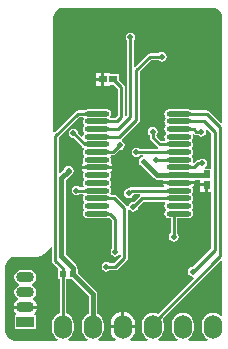
<source format=gtl>
G04 Layer_Physical_Order=1*
G04 Layer_Color=25308*
%FSAX24Y24*%
%MOIN*%
G70*
G01*
G75*
%ADD10R,0.0260X0.0244*%
%ADD11R,0.0244X0.0260*%
%ADD12O,0.0827X0.0177*%
%ADD13R,0.0236X0.0217*%
%ADD14C,0.0100*%
%ADD15C,0.0170*%
%ADD16R,0.0600X0.0354*%
%ADD17O,0.0600X0.0354*%
%ADD18O,0.0600X0.0800*%
%ADD19C,0.0200*%
G36*
X026198Y011768D02*
Y011315D01*
X026198Y011315D01*
X026206Y011272D01*
X026231Y011236D01*
X026387Y011079D01*
X026382Y011033D01*
X026382D01*
X026382Y011033D01*
Y010697D01*
X026448D01*
Y009558D01*
X026378Y009529D01*
X026303Y009472D01*
X026246Y009397D01*
X026209Y009309D01*
X026197Y009215D01*
Y009015D01*
X026209Y008921D01*
X026246Y008833D01*
X026303Y008758D01*
X026378Y008701D01*
X026383Y008699D01*
X026373Y008649D01*
X024960D01*
X024956Y008648D01*
X024878Y008658D01*
X024801Y008690D01*
X024735Y008740D01*
X024685Y008806D01*
X024653Y008883D01*
X024643Y008961D01*
X024644Y008965D01*
Y010015D01*
Y010315D01*
Y011115D01*
X024643Y011119D01*
X024653Y011197D01*
X024685Y011274D01*
X024735Y011340D01*
X024801Y011390D01*
X024878Y011422D01*
X024912Y011426D01*
X024960Y011431D01*
Y011431D01*
X024960Y011431D01*
X025556D01*
X025556Y011431D01*
Y011431D01*
X025556D01*
X025558Y011432D01*
X025689Y011445D01*
X025817Y011484D01*
X025935Y011547D01*
X026039Y011632D01*
X026124Y011735D01*
X026148Y011780D01*
X026198Y011768D01*
D02*
G37*
G36*
X031876Y011308D02*
Y009476D01*
X031826Y009459D01*
X031817Y009472D01*
X031742Y009529D01*
X031654Y009566D01*
X031560Y009578D01*
X031466Y009566D01*
X031378Y009529D01*
X031303Y009472D01*
X031246Y009397D01*
X031209Y009309D01*
X031197Y009215D01*
Y009015D01*
X031209Y008921D01*
X031246Y008833D01*
X031303Y008758D01*
X031378Y008701D01*
X031383Y008699D01*
X031373Y008649D01*
X030747D01*
X030737Y008699D01*
X030742Y008701D01*
X030817Y008758D01*
X030874Y008833D01*
X030911Y008921D01*
X030923Y009015D01*
Y009215D01*
X030911Y009309D01*
X030874Y009397D01*
X030817Y009472D01*
X030742Y009529D01*
X030654Y009566D01*
X030560Y009578D01*
X030466Y009566D01*
X030378Y009529D01*
X030303Y009472D01*
X030246Y009397D01*
X030209Y009309D01*
X030197Y009215D01*
Y009015D01*
X030209Y008921D01*
X030246Y008833D01*
X030303Y008758D01*
X030378Y008701D01*
X030383Y008699D01*
X030373Y008649D01*
X029747D01*
X029737Y008699D01*
X029742Y008701D01*
X029817Y008758D01*
X029874Y008833D01*
X029911Y008921D01*
X029923Y009015D01*
Y009215D01*
X029911Y009309D01*
X029882Y009378D01*
X031830Y011327D01*
X031876Y011308D01*
D02*
G37*
G36*
X027412Y010138D02*
Y009543D01*
X027378Y009529D01*
X027303Y009472D01*
X027246Y009397D01*
X027209Y009309D01*
X027197Y009215D01*
Y009015D01*
X027209Y008921D01*
X027246Y008833D01*
X027303Y008758D01*
X027378Y008701D01*
X027383Y008699D01*
X027373Y008649D01*
X026747D01*
X026737Y008699D01*
X026742Y008701D01*
X026817Y008758D01*
X026874Y008833D01*
X026911Y008921D01*
X026923Y009015D01*
Y009215D01*
X026911Y009309D01*
X026874Y009397D01*
X026817Y009472D01*
X026742Y009529D01*
X026672Y009558D01*
Y010697D01*
X026854D01*
X027412Y010138D01*
D02*
G37*
G36*
X031508Y015559D02*
Y014378D01*
X031308D01*
X031293Y014428D01*
X031325Y014450D01*
X031361Y014503D01*
X031373Y014565D01*
X031361Y014627D01*
X031325Y014680D01*
X031272Y014716D01*
X031210Y014728D01*
X031148Y014716D01*
X031095Y014680D01*
X031093Y014677D01*
X031060D01*
X031017Y014669D01*
X030981Y014644D01*
X030981Y014644D01*
X030917Y014580D01*
X030878Y014612D01*
X030883Y014620D01*
X030895Y014678D01*
X030883Y014736D01*
X030850Y014785D01*
Y014827D01*
X030883Y014876D01*
X030895Y014934D01*
X030883Y014992D01*
X030859Y015028D01*
X030853Y015062D01*
X030859Y015095D01*
X030883Y015132D01*
X030895Y015190D01*
X030883Y015248D01*
X030859Y015284D01*
X030853Y015318D01*
X030859Y015351D01*
X030883Y015388D01*
X030895Y015446D01*
X030885Y015493D01*
X030906Y015524D01*
X030921Y015538D01*
X030931Y015536D01*
X030967Y015511D01*
X031010Y015503D01*
X031010Y015503D01*
X031058D01*
X031060Y015500D01*
X031113Y015464D01*
X031175Y015452D01*
X031238Y015464D01*
X031291Y015500D01*
X031326Y015553D01*
X031338Y015615D01*
X031328Y015668D01*
X031357Y015692D01*
X031369Y015697D01*
X031508Y015559D01*
D02*
G37*
G36*
X031560Y019731D02*
D01*
X031610Y019726D01*
X031642Y019722D01*
X031719Y019690D01*
X031785Y019640D01*
X031835Y019574D01*
X031867Y019497D01*
X031871Y019463D01*
X031876Y019415D01*
X031876D01*
X031876Y019415D01*
Y015922D01*
X031830Y015903D01*
X031441Y016293D01*
X031405Y016317D01*
X031362Y016326D01*
X031362Y016326D01*
X030843D01*
X030801Y016353D01*
X030743Y016365D01*
X030093D01*
X030035Y016353D01*
X029986Y016321D01*
X029953Y016271D01*
X029942Y016213D01*
X029953Y016155D01*
X029978Y016119D01*
X029983Y016085D01*
X029978Y016052D01*
X029953Y016015D01*
X029942Y015957D01*
X029953Y015900D01*
X029978Y015863D01*
X029983Y015830D01*
X029978Y015796D01*
X029953Y015760D01*
X029942Y015702D01*
X029953Y015644D01*
X029986Y015594D01*
Y015553D01*
X029953Y015504D01*
X029942Y015446D01*
X029953Y015388D01*
X029977Y015352D01*
X029960Y015308D01*
X029955Y015302D01*
X029832D01*
X029681Y015452D01*
X029675Y015500D01*
X029711Y015553D01*
X029723Y015615D01*
X029711Y015677D01*
X029675Y015730D01*
X029622Y015766D01*
X029560Y015778D01*
X029498Y015766D01*
X029445Y015730D01*
X029409Y015677D01*
X029397Y015615D01*
X029409Y015553D01*
X029445Y015500D01*
X029448Y015497D01*
Y015415D01*
X029448Y015415D01*
X029456Y015372D01*
X029481Y015336D01*
X029706Y015110D01*
X029728Y015096D01*
X029712Y015046D01*
X029127D01*
X029125Y015049D01*
X029072Y015085D01*
X029010Y015097D01*
X028948Y015085D01*
X028895Y015049D01*
X028859Y014996D01*
X028847Y014934D01*
X028859Y014871D01*
X028895Y014819D01*
X028948Y014783D01*
X029010Y014771D01*
X029072Y014783D01*
X029125Y014819D01*
X029127Y014822D01*
X029223D01*
X029228Y014772D01*
X029198Y014766D01*
X029145Y014730D01*
X029109Y014677D01*
X029097Y014615D01*
X029109Y014553D01*
X029145Y014500D01*
X029198Y014464D01*
X029203Y014463D01*
X029604Y014062D01*
X029652Y014030D01*
X029662Y014028D01*
X029709Y014018D01*
X029883D01*
X029913Y013968D01*
X029911Y013960D01*
X030925D01*
X030924Y013968D01*
X030953Y014018D01*
X031138D01*
Y013892D01*
X031360D01*
Y013842D01*
X031410D01*
Y013612D01*
X031508D01*
Y011721D01*
X030889Y011102D01*
X030885Y011103D01*
X030823Y011091D01*
X030770Y011055D01*
X030734Y011002D01*
X030722Y010940D01*
X030734Y010878D01*
X030770Y010825D01*
X030823Y010789D01*
X030885Y010777D01*
X030894Y010779D01*
X030919Y010733D01*
X029723Y009537D01*
X029654Y009566D01*
X029560Y009578D01*
X029466Y009566D01*
X029378Y009529D01*
X029303Y009472D01*
X029246Y009397D01*
X029209Y009309D01*
X029197Y009215D01*
Y009015D01*
X029209Y008921D01*
X029246Y008833D01*
X029303Y008758D01*
X029378Y008701D01*
X029383Y008699D01*
X029373Y008649D01*
X028822D01*
X028805Y008699D01*
X028845Y008730D01*
X028909Y008813D01*
X028950Y008911D01*
X028963Y009015D01*
Y009065D01*
X028157D01*
Y009015D01*
X028170Y008911D01*
X028211Y008813D01*
X028275Y008730D01*
X028315Y008699D01*
X028298Y008649D01*
X027747D01*
X027737Y008699D01*
X027742Y008701D01*
X027817Y008758D01*
X027874Y008833D01*
X027911Y008921D01*
X027923Y009015D01*
Y009215D01*
X027911Y009309D01*
X027874Y009397D01*
X027817Y009472D01*
X027742Y009529D01*
X027708Y009543D01*
Y010200D01*
X027698Y010247D01*
X027697Y010256D01*
X027665Y010304D01*
X027073Y010896D01*
Y011033D01*
X027042D01*
Y011080D01*
X027031Y011137D01*
X026999Y011185D01*
X026658Y011526D01*
Y014004D01*
X026817Y014163D01*
X026822Y014164D01*
X026875Y014200D01*
X026911Y014253D01*
X026923Y014315D01*
X026911Y014377D01*
X026875Y014430D01*
X026822Y014466D01*
X026760Y014478D01*
X026698Y014466D01*
X026645Y014430D01*
X026609Y014377D01*
X026608Y014372D01*
X026468Y014232D01*
X026422Y014252D01*
Y015419D01*
X027105Y016101D01*
X027239D01*
X027244Y016095D01*
X027261Y016051D01*
X027237Y016015D01*
X027225Y015957D01*
X027237Y015900D01*
X027261Y015863D01*
X027267Y015830D01*
X027261Y015796D01*
X027237Y015760D01*
X027225Y015702D01*
X027237Y015644D01*
X027270Y015594D01*
Y015553D01*
X027237Y015504D01*
X027230Y015470D01*
X027177Y015452D01*
X027072Y015557D01*
X027073Y015561D01*
X027061Y015623D01*
X027025Y015676D01*
X026972Y015711D01*
X026910Y015724D01*
X026848Y015711D01*
X026795Y015676D01*
X026759Y015623D01*
X026747Y015561D01*
X026759Y015498D01*
X026795Y015445D01*
X026848Y015410D01*
X026910Y015398D01*
X026914Y015398D01*
X027202Y015110D01*
X027238Y015086D01*
X027245Y015085D01*
X027254Y015070D01*
X027262Y015032D01*
X027261Y015028D01*
X027237Y014992D01*
X027225Y014934D01*
X027237Y014876D01*
X027270Y014827D01*
Y014785D01*
X027237Y014736D01*
X027225Y014678D01*
X027237Y014620D01*
X027267Y014575D01*
X027241Y014558D01*
X027199Y014496D01*
X027195Y014472D01*
X028209D01*
X028204Y014496D01*
X028162Y014558D01*
X028137Y014575D01*
X028166Y014620D01*
X028178Y014678D01*
X028166Y014736D01*
X028143Y014772D01*
X028160Y014816D01*
X028165Y014822D01*
X028229D01*
X028229Y014822D01*
X028272Y014830D01*
X028308Y014855D01*
X028456Y015003D01*
X028460Y015002D01*
X028522Y015014D01*
X028575Y015050D01*
X028611Y015103D01*
X028623Y015165D01*
X028611Y015227D01*
X028575Y015280D01*
X028528Y015312D01*
X028521Y015344D01*
X028520Y015366D01*
X029089Y015936D01*
X029089Y015936D01*
X029114Y015972D01*
X029122Y016015D01*
X029122Y016015D01*
Y017619D01*
X029506Y018003D01*
X029743D01*
X029745Y018000D01*
X029798Y017964D01*
X029860Y017952D01*
X029922Y017964D01*
X029975Y018000D01*
X030011Y018053D01*
X030023Y018115D01*
X030011Y018177D01*
X029975Y018230D01*
X029922Y018266D01*
X029860Y018278D01*
X029798Y018266D01*
X029745Y018230D01*
X029743Y018227D01*
X029460D01*
X029460Y018227D01*
X029417Y018219D01*
X029381Y018194D01*
X029381Y018194D01*
X028972Y017786D01*
X028922Y017806D01*
Y018648D01*
X028925Y018650D01*
X028961Y018703D01*
X028973Y018765D01*
X028961Y018827D01*
X028925Y018880D01*
X028872Y018916D01*
X028810Y018928D01*
X028748Y018916D01*
X028695Y018880D01*
X028659Y018827D01*
X028647Y018765D01*
X028659Y018703D01*
X028695Y018650D01*
X028698Y018648D01*
Y016173D01*
X028669Y016150D01*
X028621Y016172D01*
Y017089D01*
X028621Y017089D01*
X028612Y017132D01*
X028588Y017169D01*
X028588Y017169D01*
X028423Y017334D01*
Y017547D01*
X028117D01*
Y017587D01*
X027937D01*
Y017365D01*
Y017143D01*
X028117D01*
Y017183D01*
X028257D01*
X028397Y017043D01*
Y016160D01*
X028306Y016070D01*
X028165D01*
X028160Y016076D01*
X028143Y016120D01*
X028166Y016155D01*
X028178Y016213D01*
X028166Y016271D01*
X028134Y016321D01*
X028084Y016353D01*
X028027Y016365D01*
X027377D01*
X027319Y016353D01*
X027277Y016326D01*
X027058D01*
X027058Y016326D01*
X027015Y016317D01*
X026979Y016293D01*
X026979Y016293D01*
X026285Y015599D01*
X026239Y015618D01*
Y019393D01*
X026244Y019415D01*
X026244D01*
X026242Y019416D01*
X026253Y019497D01*
X026285Y019574D01*
X026335Y019640D01*
X026401Y019690D01*
X026478Y019722D01*
X026512Y019726D01*
X026560Y019731D01*
Y019731D01*
X026560Y019731D01*
X031510D01*
X031560Y019731D01*
D02*
G37*
%LPC*%
G36*
X028610Y009612D02*
Y009165D01*
X028963D01*
Y009215D01*
X028950Y009319D01*
X028909Y009417D01*
X028845Y009500D01*
X028762Y009564D01*
X028664Y009605D01*
X028610Y009612D01*
D02*
G37*
G36*
X028510D02*
X028456Y009605D01*
X028358Y009564D01*
X028275Y009500D01*
X028211Y009417D01*
X028170Y009319D01*
X028157Y009215D01*
Y009165D01*
X028510D01*
Y009612D01*
D02*
G37*
G36*
X025706Y009715D02*
X024914D01*
X024917Y009693D01*
X024945Y009625D01*
X024989Y009567D01*
X025009Y009552D01*
X024992Y009502D01*
X024950D01*
Y009028D01*
X025670D01*
Y009502D01*
X025628D01*
X025611Y009552D01*
X025631Y009567D01*
X025675Y009625D01*
X025703Y009693D01*
X025706Y009715D01*
D02*
G37*
G36*
X027837Y017587D02*
X027657D01*
Y017415D01*
X027837D01*
Y017587D01*
D02*
G37*
G36*
X031310Y013792D02*
X031138D01*
Y013612D01*
X031310D01*
Y013792D01*
D02*
G37*
G36*
X028209Y014372D02*
X027195D01*
X027199Y014348D01*
X027241Y014286D01*
X027267Y014269D01*
X027237Y014224D01*
X027225Y014166D01*
X027237Y014108D01*
X027261Y014072D01*
X027267Y014038D01*
X027261Y014005D01*
X027237Y013968D01*
X027225Y013910D01*
X027237Y013852D01*
X027261Y013816D01*
X027244Y013772D01*
X027239Y013766D01*
X027127D01*
X027125Y013770D01*
X027072Y013805D01*
X027010Y013817D01*
X026948Y013805D01*
X026895Y013770D01*
X026859Y013717D01*
X026847Y013654D01*
X026859Y013592D01*
X026895Y013539D01*
X026948Y013504D01*
X027010Y013491D01*
X027072Y013504D01*
X027125Y013539D01*
X027127Y013542D01*
X027239D01*
X027244Y013536D01*
X027261Y013492D01*
X027237Y013456D01*
X027225Y013398D01*
X027237Y013340D01*
X027261Y013304D01*
X027267Y013270D01*
X027261Y013237D01*
X027237Y013200D01*
X027225Y013143D01*
X027237Y013085D01*
X027270Y013035D01*
Y012994D01*
X027237Y012945D01*
X027225Y012887D01*
X027237Y012829D01*
X027270Y012779D01*
X027319Y012747D01*
X027377Y012735D01*
X028027D01*
X028084Y012747D01*
X028106Y012761D01*
X028198Y012669D01*
Y011732D01*
X028195Y011730D01*
X028159Y011677D01*
X028147Y011615D01*
X028159Y011553D01*
X028195Y011500D01*
X028248Y011464D01*
X028310Y011452D01*
X028372Y011464D01*
X028425Y011500D01*
X028448Y011533D01*
X028498Y011518D01*
Y011461D01*
X028264Y011227D01*
X028127D01*
X028125Y011230D01*
X028072Y011266D01*
X028010Y011278D01*
X027948Y011266D01*
X027895Y011230D01*
X027859Y011177D01*
X027847Y011115D01*
X027859Y011053D01*
X027895Y011000D01*
X027948Y010964D01*
X028010Y010952D01*
X028072Y010964D01*
X028125Y011000D01*
X028127Y011003D01*
X028310D01*
X028310Y011003D01*
X028353Y011011D01*
X028389Y011036D01*
X028689Y011336D01*
X028714Y011372D01*
X028722Y011415D01*
X028722Y011415D01*
Y013018D01*
X028772Y013033D01*
X028795Y013000D01*
X028848Y012964D01*
X028910Y012952D01*
X028972Y012964D01*
X029025Y013000D01*
X029061Y013053D01*
X029073Y013115D01*
X029072Y013119D01*
X029240Y013286D01*
X029955D01*
X029960Y013280D01*
X029977Y013236D01*
X029953Y013200D01*
X029942Y013143D01*
X029953Y013085D01*
X029986Y013035D01*
Y012994D01*
X029953Y012945D01*
X029942Y012887D01*
X029953Y012829D01*
X029986Y012779D01*
X030035Y012747D01*
X030093Y012735D01*
X030148D01*
Y012232D01*
X030145Y012230D01*
X030109Y012177D01*
X030097Y012115D01*
X030109Y012053D01*
X030145Y012000D01*
X030198Y011964D01*
X030260Y011952D01*
X030322Y011964D01*
X030375Y012000D01*
X030411Y012053D01*
X030423Y012115D01*
X030411Y012177D01*
X030375Y012230D01*
X030372Y012232D01*
Y012735D01*
X030743D01*
X030801Y012747D01*
X030850Y012779D01*
X030883Y012829D01*
X030895Y012887D01*
X030883Y012945D01*
X030850Y012994D01*
Y013035D01*
X030883Y013085D01*
X030895Y013143D01*
X030883Y013200D01*
X030859Y013237D01*
X030853Y013270D01*
X030859Y013304D01*
X030883Y013340D01*
X030895Y013398D01*
X030883Y013456D01*
X030859Y013493D01*
X030853Y013526D01*
X030859Y013560D01*
X030883Y013596D01*
X030895Y013654D01*
X030883Y013712D01*
X030853Y013757D01*
X030879Y013774D01*
X030921Y013837D01*
X030925Y013860D01*
X029911D01*
X029916Y013837D01*
X029929Y013816D01*
X029903Y013766D01*
X028849D01*
X028849Y013766D01*
X028806Y013758D01*
X028770Y013734D01*
X028764Y013727D01*
X028760Y013728D01*
X028698Y013716D01*
X028645Y013680D01*
X028609Y013627D01*
X028597Y013565D01*
X028609Y013503D01*
X028645Y013450D01*
X028698Y013414D01*
X028760Y013402D01*
X028822Y013414D01*
X028875Y013450D01*
X028911Y013503D01*
X028919Y013542D01*
X029121D01*
X029136Y013492D01*
X029114Y013478D01*
X029114Y013478D01*
X028914Y013277D01*
X028910Y013278D01*
X028848Y013266D01*
X028795Y013230D01*
X028759Y013177D01*
X028752Y013141D01*
X028699Y013130D01*
X028689Y013144D01*
X028689Y013144D01*
X028356Y013478D01*
X028319Y013502D01*
X028277Y013511D01*
X028277Y013511D01*
X028165D01*
X028160Y013517D01*
X028143Y013561D01*
X028166Y013596D01*
X028178Y013654D01*
X028166Y013712D01*
X028134Y013761D01*
Y013803D01*
X028166Y013852D01*
X028178Y013910D01*
X028166Y013968D01*
X028142Y014005D01*
X028137Y014038D01*
X028142Y014072D01*
X028166Y014108D01*
X028178Y014166D01*
X028166Y014224D01*
X028137Y014269D01*
X028162Y014286D01*
X028204Y014348D01*
X028209Y014372D01*
D02*
G37*
G36*
X025433Y011007D02*
X025187D01*
X025095Y010988D01*
X025016Y010936D01*
X024964Y010858D01*
X024945Y010765D01*
X024964Y010672D01*
X025016Y010594D01*
X025095Y010542D01*
X025100Y010540D01*
Y010490D01*
X025095Y010488D01*
X025016Y010436D01*
X024964Y010358D01*
X024945Y010265D01*
X024964Y010172D01*
X025016Y010094D01*
X025058Y010066D01*
X025053Y010009D01*
X025047Y010007D01*
X024989Y009963D01*
X024945Y009905D01*
X024917Y009837D01*
X024914Y009815D01*
X025706D01*
X025703Y009837D01*
X025675Y009905D01*
X025631Y009963D01*
X025573Y010007D01*
X025567Y010009D01*
X025562Y010066D01*
X025604Y010094D01*
X025656Y010172D01*
X025675Y010265D01*
X025656Y010358D01*
X025604Y010436D01*
X025525Y010488D01*
X025520Y010490D01*
Y010540D01*
X025525Y010542D01*
X025604Y010594D01*
X025656Y010672D01*
X025675Y010765D01*
X025656Y010858D01*
X025604Y010936D01*
X025525Y010988D01*
X025433Y011007D01*
D02*
G37*
G36*
X027837Y017315D02*
X027657D01*
Y017143D01*
X027837D01*
Y017315D01*
D02*
G37*
%LPD*%
D10*
X028233Y017365D02*
D03*
X027887D02*
D03*
D11*
X031360Y013842D02*
D03*
Y014188D02*
D03*
D12*
X027702Y016213D02*
D03*
Y015957D02*
D03*
Y015702D02*
D03*
Y015446D02*
D03*
Y015190D02*
D03*
Y014934D02*
D03*
Y014678D02*
D03*
Y014422D02*
D03*
Y014166D02*
D03*
Y013910D02*
D03*
Y013654D02*
D03*
Y013398D02*
D03*
Y013143D02*
D03*
Y012887D02*
D03*
X030418Y016213D02*
D03*
Y015957D02*
D03*
Y015702D02*
D03*
Y015446D02*
D03*
Y015190D02*
D03*
Y014934D02*
D03*
Y014678D02*
D03*
Y014422D02*
D03*
Y014166D02*
D03*
Y013910D02*
D03*
Y013654D02*
D03*
Y013398D02*
D03*
Y013143D02*
D03*
Y012887D02*
D03*
D13*
X026895Y010865D02*
D03*
X026560D02*
D03*
D14*
X027281Y015190D02*
X027702D01*
X026910Y015561D02*
X027281Y015190D01*
X031010Y015615D02*
X031175D01*
X030923Y015702D02*
X031010Y015615D01*
X030418Y015702D02*
X030923D01*
X026310Y015465D02*
X027058Y016213D01*
X026310Y011315D02*
Y015465D01*
Y011315D02*
X026560Y011065D01*
Y010865D02*
Y011065D01*
X029010Y016015D02*
Y017665D01*
X028441Y015446D02*
X029010Y016015D01*
Y017665D02*
X029460Y018115D01*
X029010Y014934D02*
X030418D01*
X028810Y016115D02*
Y018765D01*
X030282Y012887D02*
X030418D01*
X030260Y012865D02*
X030282Y012887D01*
X030260Y012115D02*
Y012865D01*
X028310Y011615D02*
Y012715D01*
X028610Y011415D02*
Y013065D01*
X028277Y013398D02*
X028610Y013065D01*
X027702Y013398D02*
X028277D01*
X028310Y011115D02*
X028610Y011415D01*
X028910Y013115D02*
X029193Y013398D01*
X029673Y014678D02*
X030418D01*
X031267Y015957D02*
X031620Y015605D01*
Y011675D02*
Y015605D01*
X030885Y010940D02*
X031620Y011675D01*
X031362Y016213D02*
X031810Y015765D01*
Y011465D02*
Y015765D01*
X029560Y009215D02*
X031810Y011465D01*
X029193Y013398D02*
X030418D01*
X028760Y013565D02*
X028849Y013654D01*
X030418D01*
Y015957D02*
X031267D01*
X030418Y016213D02*
X031362D01*
X027702Y014934D02*
X028229D01*
X028460Y015165D01*
X027702Y015446D02*
X028441D01*
X028397Y015702D02*
X028810Y016115D01*
X027702Y015702D02*
X028397D01*
X027058Y016213D02*
X027702D01*
Y015957D02*
X028352D01*
X028509Y016114D01*
Y017089D01*
X028233Y017365D02*
X028509Y017089D01*
X029785Y015190D02*
X030418D01*
X029560Y015415D02*
X029785Y015190D01*
X029560Y015415D02*
Y015615D01*
X029460Y018115D02*
X029860D01*
X027010Y013654D02*
X027702D01*
Y012887D02*
X028138D01*
X028310Y012715D01*
X028010Y011115D02*
X028310D01*
X030418Y014422D02*
X030917D01*
X031060Y014565D01*
X031210D01*
X026560Y009115D02*
Y010865D01*
D15*
X027560Y009115D02*
Y010200D01*
X026510Y014065D02*
X026760Y014315D01*
X026510Y011465D02*
Y014065D01*
Y011465D02*
X026895Y011080D01*
Y010865D02*
Y011080D01*
X029709Y014166D02*
X030418D01*
X029260Y014615D02*
X029709Y014166D01*
X030418D02*
X031238D01*
X026895Y010865D02*
X027560Y010200D01*
D16*
X025310Y009265D02*
D03*
D17*
Y009765D02*
D03*
Y010265D02*
D03*
Y010765D02*
D03*
D18*
X027560Y009115D02*
D03*
X028560D02*
D03*
X026560D02*
D03*
X030560D02*
D03*
X031560D02*
D03*
X029560D02*
D03*
D19*
X026060Y009761D02*
D03*
Y010161D02*
D03*
X027660Y011561D02*
D03*
X026960Y011661D02*
D03*
X027360Y012061D02*
D03*
X031160Y017061D02*
D03*
X030260Y016615D02*
D03*
X029660Y016061D02*
D03*
X029460Y016461D02*
D03*
X026460D02*
D03*
X028060Y016761D02*
D03*
X026560Y014661D02*
D03*
X027060Y014061D02*
D03*
X028960Y014161D02*
D03*
X031160Y013261D02*
D03*
X031360Y012761D02*
D03*
X029660Y011661D02*
D03*
Y012561D02*
D03*
X027060Y010061D02*
D03*
X028860Y010861D02*
D03*
X029560Y010261D02*
D03*
X026910Y015561D02*
D03*
X031175Y015615D02*
D03*
X029010Y014934D02*
D03*
X029260Y014615D02*
D03*
X028810Y018765D02*
D03*
X030260Y012115D02*
D03*
X028310Y011615D02*
D03*
X028910Y013115D02*
D03*
X029673Y014678D02*
D03*
X026760Y014315D02*
D03*
X027010Y013654D02*
D03*
X028760Y013565D02*
D03*
X030885Y010940D02*
D03*
X028460Y015165D02*
D03*
X029560Y015615D02*
D03*
X029860Y018115D02*
D03*
X028010Y011115D02*
D03*
X031210Y014565D02*
D03*
M02*

</source>
